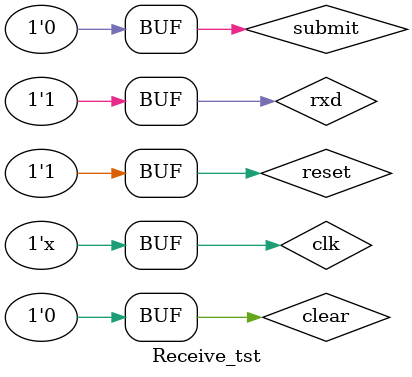
<source format=v>
`timescale 1 ns/ 1 ps
module Receive_tst();
parameter period = 2;
reg clear;
reg clk;
reg reset;
reg submit;

wire [3:0]  num1;
wire [3:0]  num2;
wire [3:0]  num3;
wire [3:0]  num4;
reg rxd;

//TransmitData trans(
//	.clk(clk),
//	.reset(reset),
//	.txdStart(txdStart),
//	.data(data),
//	.txd(rxd),
//	.txdBusy(txdBusy)
//);

Receive inst1 (
	.clear(clear),
	.clk(clk),
	.num1(num1),
	.num2(num2),
	.num3(num3),
	.num4(num4),
	.reset(reset),
	.rxd(rxd),
	.submit(submit)
);

initial begin
	clk = 0;
	reset = 0;
	clear = 0;
	submit = 0;
	rxd = 1;
	# (period * 2) reset = 1;
//	# (period * 10) data = 49;
//	# (period * 10) txdStart = 1;
//	# (period * 1000);
//	wait (txdBusy == 0) begin
//		txdStart = 0;
//		submit = 1;
//		# (period * 10) submit = 0;
//	end
	# (30000)  rxd = 0;
	# (period * 2604) rxd = 1;
	# (period * 2604) rxd = 0;
	# (period * 2604) rxd = 0;
	# (period * 2604) rxd = 0;
	# (period * 2604) rxd = 1;
	# (period * 2604) rxd = 1;
	# (period * 2604) rxd = 0;
	# (period * 2604) rxd = 0;
	# (period * 2604) rxd = 1;
	# (period * 3000) submit = 1;
	# (period * 10) submit = 0;
	
	# (5000)  rxd = 0;
	# (period * 2604) rxd = 1;
	# (period * 2604) rxd = 1;
	# (period * 2604) rxd = 0;
	# (period * 2604) rxd = 0;
	# (period * 2604) rxd = 1;
	# (period * 2604) rxd = 1;
	# (period * 2604) rxd = 0;
	# (period * 2604) rxd = 0;
	# (period * 2604) rxd = 1;
	
	# (period * 2604) rxd = 0;
	# (period * 2604) rxd = 1;
	# (period * 2604) rxd = 1;
	# (period * 2604) rxd = 1;
	# (period * 2604) rxd = 0;
	# (period * 2604) rxd = 1;
	# (period * 2604) rxd = 1;
	# (period * 2604) rxd = 0;
	# (period * 2604) rxd = 0;
	# (period * 2604) rxd = 1;
	
	# (period * 2604) rxd = 0;
	# (period * 2604) rxd = 0;
	# (period * 2604) rxd = 1;
	# (period * 2604) rxd = 0;
	# (period * 2604) rxd = 0;
	# (period * 2604) rxd = 1;
	# (period * 2604) rxd = 1;
	# (period * 2604) rxd = 0;
	# (period * 2604) rxd = 0;
	# (period * 2604) rxd = 1;
//	# (period * 10148)  rxd = 0;
//	# (period * 10148) rxd = 1;
//	# (period * 10148) rxd = 0;
//	# (period * 10148) rxd = 0;
//	# (period * 10148) rxd = 0;
//	# (period * 10148) rxd = 1;
//	# (period * 10148) rxd = 1;
//	# (period * 10148) rxd = 0;
//	# (period * 10148) rxd = 0;
//	# (period * 10148) rxd = 1;
//	# (period * 11000) submit = 1;
//	# (period * 5) submit = 0;
end
always # (period / 2) clk = ~clk;
endmodule
</source>
